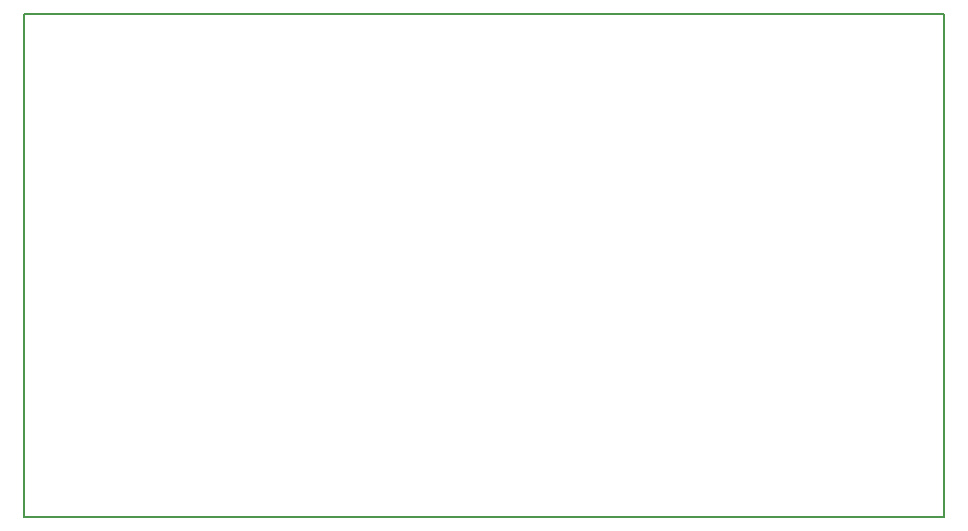
<source format=gko>
G04 MADE WITH FRITZING*
G04 WWW.FRITZING.ORG*
G04 DOUBLE SIDED*
G04 HOLES PLATED*
G04 CONTOUR ON CENTER OF CONTOUR VECTOR*
%ASAXBY*%
%FSLAX23Y23*%
%MOIN*%
%OFA0B0*%
%SFA1.0B1.0*%
%ADD10R,3.074650X1.685900*%
%ADD11C,0.008000*%
%ADD10C,0.008*%
%LNCONTOUR*%
G90*
G70*
G54D10*
G54D11*
X8Y1678D02*
X3075Y1678D01*
X3075Y0D01*
X8Y0D01*
X8Y1678D01*
D02*
G04 End of contour*
M02*
</source>
